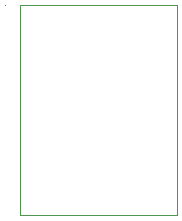
<source format=gm1>
G04 #@! TF.GenerationSoftware,KiCad,Pcbnew,(6.0.8)*
G04 #@! TF.CreationDate,2023-05-03T15:07:12+02:00*
G04 #@! TF.ProjectId,18_Mesure_Courant,31385f4d-6573-4757-9265-5f436f757261,rev?*
G04 #@! TF.SameCoordinates,Original*
G04 #@! TF.FileFunction,Profile,NP*
%FSLAX46Y46*%
G04 Gerber Fmt 4.6, Leading zero omitted, Abs format (unit mm)*
G04 Created by KiCad (PCBNEW (6.0.8)) date 2023-05-03 15:07:12*
%MOMM*%
%LPD*%
G01*
G04 APERTURE LIST*
G04 #@! TA.AperFunction,Profile*
%ADD10C,0.050000*%
G04 #@! TD*
G04 APERTURE END LIST*
D10*
X101600000Y-82550000D02*
X114935000Y-82550000D01*
X101600000Y-82550000D02*
X101600000Y-72390000D01*
X100330000Y-64770000D02*
X100330000Y-64770000D01*
X101600000Y-64770000D02*
X114935000Y-64770000D01*
X101600000Y-72390000D02*
X101600000Y-64770000D01*
X114935000Y-64770000D02*
X114935000Y-82550000D01*
M02*

</source>
